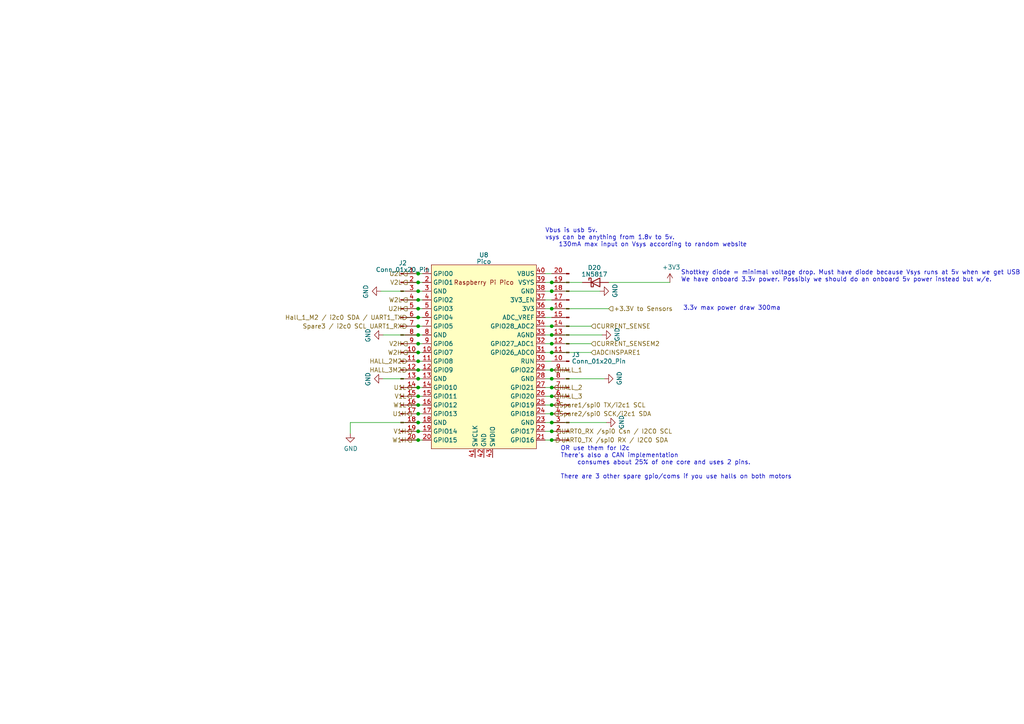
<source format=kicad_sch>
(kicad_sch (version 20230121) (generator eeschema)

  (uuid 8861fa19-49d8-4e9e-9007-36dfdb78b705)

  (paper "A4")

  (title_block
    (title "DualBLDCPicoV3")
    (date "2024-04-03")
    (rev "3.0")
    (company "Fault Risk (originally Clemens Elflein)")
    (comment 1 "Creative Commons Attribution-NonCommercial-ShareAlike 4.0 International License.")
    (comment 2 "Licensed under ")
  )

  (lib_symbols
    (symbol "Connector:Conn_01x20_Pin" (pin_names (offset 1.016) hide) (in_bom yes) (on_board yes)
      (property "Reference" "J" (at 0 25.4 0)
        (effects (font (size 1.27 1.27)))
      )
      (property "Value" "Conn_01x20_Pin" (at 0 -27.94 0)
        (effects (font (size 1.27 1.27)))
      )
      (property "Footprint" "" (at 0 0 0)
        (effects (font (size 1.27 1.27)) hide)
      )
      (property "Datasheet" "~" (at 0 0 0)
        (effects (font (size 1.27 1.27)) hide)
      )
      (property "ki_locked" "" (at 0 0 0)
        (effects (font (size 1.27 1.27)))
      )
      (property "ki_keywords" "connector" (at 0 0 0)
        (effects (font (size 1.27 1.27)) hide)
      )
      (property "ki_description" "Generic connector, single row, 01x20, script generated" (at 0 0 0)
        (effects (font (size 1.27 1.27)) hide)
      )
      (property "ki_fp_filters" "Connector*:*_1x??_*" (at 0 0 0)
        (effects (font (size 1.27 1.27)) hide)
      )
      (symbol "Conn_01x20_Pin_1_1"
        (polyline
          (pts
            (xy 1.27 -25.4)
            (xy 0.8636 -25.4)
          )
          (stroke (width 0.1524) (type default))
          (fill (type none))
        )
        (polyline
          (pts
            (xy 1.27 -22.86)
            (xy 0.8636 -22.86)
          )
          (stroke (width 0.1524) (type default))
          (fill (type none))
        )
        (polyline
          (pts
            (xy 1.27 -20.32)
            (xy 0.8636 -20.32)
          )
          (stroke (width 0.1524) (type default))
          (fill (type none))
        )
        (polyline
          (pts
            (xy 1.27 -17.78)
            (xy 0.8636 -17.78)
          )
          (stroke (width 0.1524) (type default))
          (fill (type none))
        )
        (polyline
          (pts
            (xy 1.27 -15.24)
            (xy 0.8636 -15.24)
          )
          (stroke (width 0.1524) (type default))
          (fill (type none))
        )
        (polyline
          (pts
            (xy 1.27 -12.7)
            (xy 0.8636 -12.7)
          )
          (stroke (width 0.1524) (type default))
          (fill (type none))
        )
        (polyline
          (pts
            (xy 1.27 -10.16)
            (xy 0.8636 -10.16)
          )
          (stroke (width 0.1524) (type default))
          (fill (type none))
        )
        (polyline
          (pts
            (xy 1.27 -7.62)
            (xy 0.8636 -7.62)
          )
          (stroke (width 0.1524) (type default))
          (fill (type none))
        )
        (polyline
          (pts
            (xy 1.27 -5.08)
            (xy 0.8636 -5.08)
          )
          (stroke (width 0.1524) (type default))
          (fill (type none))
        )
        (polyline
          (pts
            (xy 1.27 -2.54)
            (xy 0.8636 -2.54)
          )
          (stroke (width 0.1524) (type default))
          (fill (type none))
        )
        (polyline
          (pts
            (xy 1.27 0)
            (xy 0.8636 0)
          )
          (stroke (width 0.1524) (type default))
          (fill (type none))
        )
        (polyline
          (pts
            (xy 1.27 2.54)
            (xy 0.8636 2.54)
          )
          (stroke (width 0.1524) (type default))
          (fill (type none))
        )
        (polyline
          (pts
            (xy 1.27 5.08)
            (xy 0.8636 5.08)
          )
          (stroke (width 0.1524) (type default))
          (fill (type none))
        )
        (polyline
          (pts
            (xy 1.27 7.62)
            (xy 0.8636 7.62)
          )
          (stroke (width 0.1524) (type default))
          (fill (type none))
        )
        (polyline
          (pts
            (xy 1.27 10.16)
            (xy 0.8636 10.16)
          )
          (stroke (width 0.1524) (type default))
          (fill (type none))
        )
        (polyline
          (pts
            (xy 1.27 12.7)
            (xy 0.8636 12.7)
          )
          (stroke (width 0.1524) (type default))
          (fill (type none))
        )
        (polyline
          (pts
            (xy 1.27 15.24)
            (xy 0.8636 15.24)
          )
          (stroke (width 0.1524) (type default))
          (fill (type none))
        )
        (polyline
          (pts
            (xy 1.27 17.78)
            (xy 0.8636 17.78)
          )
          (stroke (width 0.1524) (type default))
          (fill (type none))
        )
        (polyline
          (pts
            (xy 1.27 20.32)
            (xy 0.8636 20.32)
          )
          (stroke (width 0.1524) (type default))
          (fill (type none))
        )
        (polyline
          (pts
            (xy 1.27 22.86)
            (xy 0.8636 22.86)
          )
          (stroke (width 0.1524) (type default))
          (fill (type none))
        )
        (rectangle (start 0.8636 -25.273) (end 0 -25.527)
          (stroke (width 0.1524) (type default))
          (fill (type outline))
        )
        (rectangle (start 0.8636 -22.733) (end 0 -22.987)
          (stroke (width 0.1524) (type default))
          (fill (type outline))
        )
        (rectangle (start 0.8636 -20.193) (end 0 -20.447)
          (stroke (width 0.1524) (type default))
          (fill (type outline))
        )
        (rectangle (start 0.8636 -17.653) (end 0 -17.907)
          (stroke (width 0.1524) (type default))
          (fill (type outline))
        )
        (rectangle (start 0.8636 -15.113) (end 0 -15.367)
          (stroke (width 0.1524) (type default))
          (fill (type outline))
        )
        (rectangle (start 0.8636 -12.573) (end 0 -12.827)
          (stroke (width 0.1524) (type default))
          (fill (type outline))
        )
        (rectangle (start 0.8636 -10.033) (end 0 -10.287)
          (stroke (width 0.1524) (type default))
          (fill (type outline))
        )
        (rectangle (start 0.8636 -7.493) (end 0 -7.747)
          (stroke (width 0.1524) (type default))
          (fill (type outline))
        )
        (rectangle (start 0.8636 -4.953) (end 0 -5.207)
          (stroke (width 0.1524) (type default))
          (fill (type outline))
        )
        (rectangle (start 0.8636 -2.413) (end 0 -2.667)
          (stroke (width 0.1524) (type default))
          (fill (type outline))
        )
        (rectangle (start 0.8636 0.127) (end 0 -0.127)
          (stroke (width 0.1524) (type default))
          (fill (type outline))
        )
        (rectangle (start 0.8636 2.667) (end 0 2.413)
          (stroke (width 0.1524) (type default))
          (fill (type outline))
        )
        (rectangle (start 0.8636 5.207) (end 0 4.953)
          (stroke (width 0.1524) (type default))
          (fill (type outline))
        )
        (rectangle (start 0.8636 7.747) (end 0 7.493)
          (stroke (width 0.1524) (type default))
          (fill (type outline))
        )
        (rectangle (start 0.8636 10.287) (end 0 10.033)
          (stroke (width 0.1524) (type default))
          (fill (type outline))
        )
        (rectangle (start 0.8636 12.827) (end 0 12.573)
          (stroke (width 0.1524) (type default))
          (fill (type outline))
        )
        (rectangle (start 0.8636 15.367) (end 0 15.113)
          (stroke (width 0.1524) (type default))
          (fill (type outline))
        )
        (rectangle (start 0.8636 17.907) (end 0 17.653)
          (stroke (width 0.1524) (type default))
          (fill (type outline))
        )
        (rectangle (start 0.8636 20.447) (end 0 20.193)
          (stroke (width 0.1524) (type default))
          (fill (type outline))
        )
        (rectangle (start 0.8636 22.987) (end 0 22.733)
          (stroke (width 0.1524) (type default))
          (fill (type outline))
        )
        (pin passive line (at 5.08 22.86 180) (length 3.81)
          (name "Pin_1" (effects (font (size 1.27 1.27))))
          (number "1" (effects (font (size 1.27 1.27))))
        )
        (pin passive line (at 5.08 0 180) (length 3.81)
          (name "Pin_10" (effects (font (size 1.27 1.27))))
          (number "10" (effects (font (size 1.27 1.27))))
        )
        (pin passive line (at 5.08 -2.54 180) (length 3.81)
          (name "Pin_11" (effects (font (size 1.27 1.27))))
          (number "11" (effects (font (size 1.27 1.27))))
        )
        (pin passive line (at 5.08 -5.08 180) (length 3.81)
          (name "Pin_12" (effects (font (size 1.27 1.27))))
          (number "12" (effects (font (size 1.27 1.27))))
        )
        (pin passive line (at 5.08 -7.62 180) (length 3.81)
          (name "Pin_13" (effects (font (size 1.27 1.27))))
          (number "13" (effects (font (size 1.27 1.27))))
        )
        (pin passive line (at 5.08 -10.16 180) (length 3.81)
          (name "Pin_14" (effects (font (size 1.27 1.27))))
          (number "14" (effects (font (size 1.27 1.27))))
        )
        (pin passive line (at 5.08 -12.7 180) (length 3.81)
          (name "Pin_15" (effects (font (size 1.27 1.27))))
          (number "15" (effects (font (size 1.27 1.27))))
        )
        (pin passive line (at 5.08 -15.24 180) (length 3.81)
          (name "Pin_16" (effects (font (size 1.27 1.27))))
          (number "16" (effects (font (size 1.27 1.27))))
        )
        (pin passive line (at 5.08 -17.78 180) (length 3.81)
          (name "Pin_17" (effects (font (size 1.27 1.27))))
          (number "17" (effects (font (size 1.27 1.27))))
        )
        (pin passive line (at 5.08 -20.32 180) (length 3.81)
          (name "Pin_18" (effects (font (size 1.27 1.27))))
          (number "18" (effects (font (size 1.27 1.27))))
        )
        (pin passive line (at 5.08 -22.86 180) (length 3.81)
          (name "Pin_19" (effects (font (size 1.27 1.27))))
          (number "19" (effects (font (size 1.27 1.27))))
        )
        (pin passive line (at 5.08 20.32 180) (length 3.81)
          (name "Pin_2" (effects (font (size 1.27 1.27))))
          (number "2" (effects (font (size 1.27 1.27))))
        )
        (pin passive line (at 5.08 -25.4 180) (length 3.81)
          (name "Pin_20" (effects (font (size 1.27 1.27))))
          (number "20" (effects (font (size 1.27 1.27))))
        )
        (pin passive line (at 5.08 17.78 180) (length 3.81)
          (name "Pin_3" (effects (font (size 1.27 1.27))))
          (number "3" (effects (font (size 1.27 1.27))))
        )
        (pin passive line (at 5.08 15.24 180) (length 3.81)
          (name "Pin_4" (effects (font (size 1.27 1.27))))
          (number "4" (effects (font (size 1.27 1.27))))
        )
        (pin passive line (at 5.08 12.7 180) (length 3.81)
          (name "Pin_5" (effects (font (size 1.27 1.27))))
          (number "5" (effects (font (size 1.27 1.27))))
        )
        (pin passive line (at 5.08 10.16 180) (length 3.81)
          (name "Pin_6" (effects (font (size 1.27 1.27))))
          (number "6" (effects (font (size 1.27 1.27))))
        )
        (pin passive line (at 5.08 7.62 180) (length 3.81)
          (name "Pin_7" (effects (font (size 1.27 1.27))))
          (number "7" (effects (font (size 1.27 1.27))))
        )
        (pin passive line (at 5.08 5.08 180) (length 3.81)
          (name "Pin_8" (effects (font (size 1.27 1.27))))
          (number "8" (effects (font (size 1.27 1.27))))
        )
        (pin passive line (at 5.08 2.54 180) (length 3.81)
          (name "Pin_9" (effects (font (size 1.27 1.27))))
          (number "9" (effects (font (size 1.27 1.27))))
        )
      )
    )
    (symbol "Diode:1N5818" (pin_numbers hide) (pin_names (offset 1.016) hide) (in_bom yes) (on_board yes)
      (property "Reference" "D" (at 0 2.54 0)
        (effects (font (size 1.27 1.27)))
      )
      (property "Value" "1N5818" (at 0 -2.54 0)
        (effects (font (size 1.27 1.27)))
      )
      (property "Footprint" "Diode_THT:D_DO-41_SOD81_P10.16mm_Horizontal" (at 0 -4.445 0)
        (effects (font (size 1.27 1.27)) hide)
      )
      (property "Datasheet" "http://www.vishay.com/docs/88525/1n5817.pdf" (at 0 0 0)
        (effects (font (size 1.27 1.27)) hide)
      )
      (property "ki_keywords" "diode Schottky" (at 0 0 0)
        (effects (font (size 1.27 1.27)) hide)
      )
      (property "ki_description" "30V 1A Schottky Barrier Rectifier Diode, DO-41" (at 0 0 0)
        (effects (font (size 1.27 1.27)) hide)
      )
      (property "ki_fp_filters" "D*DO?41*" (at 0 0 0)
        (effects (font (size 1.27 1.27)) hide)
      )
      (symbol "1N5818_0_1"
        (polyline
          (pts
            (xy 1.27 0)
            (xy -1.27 0)
          )
          (stroke (width 0) (type default))
          (fill (type none))
        )
        (polyline
          (pts
            (xy 1.27 1.27)
            (xy 1.27 -1.27)
            (xy -1.27 0)
            (xy 1.27 1.27)
          )
          (stroke (width 0.254) (type default))
          (fill (type none))
        )
        (polyline
          (pts
            (xy -1.905 0.635)
            (xy -1.905 1.27)
            (xy -1.27 1.27)
            (xy -1.27 -1.27)
            (xy -0.635 -1.27)
            (xy -0.635 -0.635)
          )
          (stroke (width 0.254) (type default))
          (fill (type none))
        )
      )
      (symbol "1N5818_1_1"
        (pin passive line (at -3.81 0 0) (length 2.54)
          (name "K" (effects (font (size 1.27 1.27))))
          (number "1" (effects (font (size 1.27 1.27))))
        )
        (pin passive line (at 3.81 0 180) (length 2.54)
          (name "A" (effects (font (size 1.27 1.27))))
          (number "2" (effects (font (size 1.27 1.27))))
        )
      )
    )
    (symbol "MCU_RaspberryPi_and_Boards:Pico" (in_bom yes) (on_board yes)
      (property "Reference" "U" (at -13.97 27.94 0)
        (effects (font (size 1.27 1.27)))
      )
      (property "Value" "Pico" (at 0 19.05 0)
        (effects (font (size 1.27 1.27)))
      )
      (property "Footprint" "RPi_Pico:RPi_Pico_SMD_TH" (at 0 0 90)
        (effects (font (size 1.27 1.27)) hide)
      )
      (property "Datasheet" "" (at 0 0 0)
        (effects (font (size 1.27 1.27)) hide)
      )
      (symbol "Pico_0_0"
        (text "Raspberry Pi Pico" (at 0 21.59 0)
          (effects (font (size 1.27 1.27)))
        )
      )
      (symbol "Pico_0_1"
        (rectangle (start -15.24 26.67) (end 15.24 -26.67)
          (stroke (width 0) (type default))
          (fill (type background))
        )
      )
      (symbol "Pico_1_1"
        (pin bidirectional line (at -17.78 24.13 0) (length 2.54)
          (name "GPIO0" (effects (font (size 1.27 1.27))))
          (number "1" (effects (font (size 1.27 1.27))))
        )
        (pin bidirectional line (at -17.78 1.27 0) (length 2.54)
          (name "GPIO7" (effects (font (size 1.27 1.27))))
          (number "10" (effects (font (size 1.27 1.27))))
        )
        (pin bidirectional line (at -17.78 -1.27 0) (length 2.54)
          (name "GPIO8" (effects (font (size 1.27 1.27))))
          (number "11" (effects (font (size 1.27 1.27))))
        )
        (pin bidirectional line (at -17.78 -3.81 0) (length 2.54)
          (name "GPIO9" (effects (font (size 1.27 1.27))))
          (number "12" (effects (font (size 1.27 1.27))))
        )
        (pin power_in line (at -17.78 -6.35 0) (length 2.54)
          (name "GND" (effects (font (size 1.27 1.27))))
          (number "13" (effects (font (size 1.27 1.27))))
        )
        (pin bidirectional line (at -17.78 -8.89 0) (length 2.54)
          (name "GPIO10" (effects (font (size 1.27 1.27))))
          (number "14" (effects (font (size 1.27 1.27))))
        )
        (pin bidirectional line (at -17.78 -11.43 0) (length 2.54)
          (name "GPIO11" (effects (font (size 1.27 1.27))))
          (number "15" (effects (font (size 1.27 1.27))))
        )
        (pin bidirectional line (at -17.78 -13.97 0) (length 2.54)
          (name "GPIO12" (effects (font (size 1.27 1.27))))
          (number "16" (effects (font (size 1.27 1.27))))
        )
        (pin bidirectional line (at -17.78 -16.51 0) (length 2.54)
          (name "GPIO13" (effects (font (size 1.27 1.27))))
          (number "17" (effects (font (size 1.27 1.27))))
        )
        (pin power_in line (at -17.78 -19.05 0) (length 2.54)
          (name "GND" (effects (font (size 1.27 1.27))))
          (number "18" (effects (font (size 1.27 1.27))))
        )
        (pin bidirectional line (at -17.78 -21.59 0) (length 2.54)
          (name "GPIO14" (effects (font (size 1.27 1.27))))
          (number "19" (effects (font (size 1.27 1.27))))
        )
        (pin bidirectional line (at -17.78 21.59 0) (length 2.54)
          (name "GPIO1" (effects (font (size 1.27 1.27))))
          (number "2" (effects (font (size 1.27 1.27))))
        )
        (pin bidirectional line (at -17.78 -24.13 0) (length 2.54)
          (name "GPIO15" (effects (font (size 1.27 1.27))))
          (number "20" (effects (font (size 1.27 1.27))))
        )
        (pin bidirectional line (at 17.78 -24.13 180) (length 2.54)
          (name "GPIO16" (effects (font (size 1.27 1.27))))
          (number "21" (effects (font (size 1.27 1.27))))
        )
        (pin bidirectional line (at 17.78 -21.59 180) (length 2.54)
          (name "GPIO17" (effects (font (size 1.27 1.27))))
          (number "22" (effects (font (size 1.27 1.27))))
        )
        (pin power_in line (at 17.78 -19.05 180) (length 2.54)
          (name "GND" (effects (font (size 1.27 1.27))))
          (number "23" (effects (font (size 1.27 1.27))))
        )
        (pin bidirectional line (at 17.78 -16.51 180) (length 2.54)
          (name "GPIO18" (effects (font (size 1.27 1.27))))
          (number "24" (effects (font (size 1.27 1.27))))
        )
        (pin bidirectional line (at 17.78 -13.97 180) (length 2.54)
          (name "GPIO19" (effects (font (size 1.27 1.27))))
          (number "25" (effects (font (size 1.27 1.27))))
        )
        (pin bidirectional line (at 17.78 -11.43 180) (length 2.54)
          (name "GPIO20" (effects (font (size 1.27 1.27))))
          (number "26" (effects (font (size 1.27 1.27))))
        )
        (pin bidirectional line (at 17.78 -8.89 180) (length 2.54)
          (name "GPIO21" (effects (font (size 1.27 1.27))))
          (number "27" (effects (font (size 1.27 1.27))))
        )
        (pin power_in line (at 17.78 -6.35 180) (length 2.54)
          (name "GND" (effects (font (size 1.27 1.27))))
          (number "28" (effects (font (size 1.27 1.27))))
        )
        (pin bidirectional line (at 17.78 -3.81 180) (length 2.54)
          (name "GPIO22" (effects (font (size 1.27 1.27))))
          (number "29" (effects (font (size 1.27 1.27))))
        )
        (pin power_in line (at -17.78 19.05 0) (length 2.54)
          (name "GND" (effects (font (size 1.27 1.27))))
          (number "3" (effects (font (size 1.27 1.27))))
        )
        (pin input line (at 17.78 -1.27 180) (length 2.54)
          (name "RUN" (effects (font (size 1.27 1.27))))
          (number "30" (effects (font (size 1.27 1.27))))
        )
        (pin bidirectional line (at 17.78 1.27 180) (length 2.54)
          (name "GPIO26_ADC0" (effects (font (size 1.27 1.27))))
          (number "31" (effects (font (size 1.27 1.27))))
        )
        (pin bidirectional line (at 17.78 3.81 180) (length 2.54)
          (name "GPIO27_ADC1" (effects (font (size 1.27 1.27))))
          (number "32" (effects (font (size 1.27 1.27))))
        )
        (pin power_in line (at 17.78 6.35 180) (length 2.54)
          (name "AGND" (effects (font (size 1.27 1.27))))
          (number "33" (effects (font (size 1.27 1.27))))
        )
        (pin bidirectional line (at 17.78 8.89 180) (length 2.54)
          (name "GPIO28_ADC2" (effects (font (size 1.27 1.27))))
          (number "34" (effects (font (size 1.27 1.27))))
        )
        (pin power_in line (at 17.78 11.43 180) (length 2.54)
          (name "ADC_VREF" (effects (font (size 1.27 1.27))))
          (number "35" (effects (font (size 1.27 1.27))))
        )
        (pin power_in line (at 17.78 13.97 180) (length 2.54)
          (name "3V3" (effects (font (size 1.27 1.27))))
          (number "36" (effects (font (size 1.27 1.27))))
        )
        (pin input line (at 17.78 16.51 180) (length 2.54)
          (name "3V3_EN" (effects (font (size 1.27 1.27))))
          (number "37" (effects (font (size 1.27 1.27))))
        )
        (pin bidirectional line (at 17.78 19.05 180) (length 2.54)
          (name "GND" (effects (font (size 1.27 1.27))))
          (number "38" (effects (font (size 1.27 1.27))))
        )
        (pin power_in line (at 17.78 21.59 180) (length 2.54)
          (name "VSYS" (effects (font (size 1.27 1.27))))
          (number "39" (effects (font (size 1.27 1.27))))
        )
        (pin bidirectional line (at -17.78 16.51 0) (length 2.54)
          (name "GPIO2" (effects (font (size 1.27 1.27))))
          (number "4" (effects (font (size 1.27 1.27))))
        )
        (pin power_in line (at 17.78 24.13 180) (length 2.54)
          (name "VBUS" (effects (font (size 1.27 1.27))))
          (number "40" (effects (font (size 1.27 1.27))))
        )
        (pin input line (at -2.54 -29.21 90) (length 2.54)
          (name "SWCLK" (effects (font (size 1.27 1.27))))
          (number "41" (effects (font (size 1.27 1.27))))
        )
        (pin power_in line (at 0 -29.21 90) (length 2.54)
          (name "GND" (effects (font (size 1.27 1.27))))
          (number "42" (effects (font (size 1.27 1.27))))
        )
        (pin bidirectional line (at 2.54 -29.21 90) (length 2.54)
          (name "SWDIO" (effects (font (size 1.27 1.27))))
          (number "43" (effects (font (size 1.27 1.27))))
        )
        (pin bidirectional line (at -17.78 13.97 0) (length 2.54)
          (name "GPIO3" (effects (font (size 1.27 1.27))))
          (number "5" (effects (font (size 1.27 1.27))))
        )
        (pin bidirectional line (at -17.78 11.43 0) (length 2.54)
          (name "GPIO4" (effects (font (size 1.27 1.27))))
          (number "6" (effects (font (size 1.27 1.27))))
        )
        (pin bidirectional line (at -17.78 8.89 0) (length 2.54)
          (name "GPIO5" (effects (font (size 1.27 1.27))))
          (number "7" (effects (font (size 1.27 1.27))))
        )
        (pin power_in line (at -17.78 6.35 0) (length 2.54)
          (name "GND" (effects (font (size 1.27 1.27))))
          (number "8" (effects (font (size 1.27 1.27))))
        )
        (pin bidirectional line (at -17.78 3.81 0) (length 2.54)
          (name "GPIO6" (effects (font (size 1.27 1.27))))
          (number "9" (effects (font (size 1.27 1.27))))
        )
      )
    )
    (symbol "power:+3.3V" (power) (pin_names (offset 0)) (in_bom yes) (on_board yes)
      (property "Reference" "#PWR" (at 0 -3.81 0)
        (effects (font (size 1.27 1.27)) hide)
      )
      (property "Value" "+3.3V" (at 0 3.556 0)
        (effects (font (size 1.27 1.27)))
      )
      (property "Footprint" "" (at 0 0 0)
        (effects (font (size 1.27 1.27)) hide)
      )
      (property "Datasheet" "" (at 0 0 0)
        (effects (font (size 1.27 1.27)) hide)
      )
      (property "ki_keywords" "power-flag" (at 0 0 0)
        (effects (font (size 1.27 1.27)) hide)
      )
      (property "ki_description" "Power symbol creates a global label with name \"+3.3V\"" (at 0 0 0)
        (effects (font (size 1.27 1.27)) hide)
      )
      (symbol "+3.3V_0_1"
        (polyline
          (pts
            (xy -0.762 1.27)
            (xy 0 2.54)
          )
          (stroke (width 0) (type default))
          (fill (type none))
        )
        (polyline
          (pts
            (xy 0 0)
            (xy 0 2.54)
          )
          (stroke (width 0) (type default))
          (fill (type none))
        )
        (polyline
          (pts
            (xy 0 2.54)
            (xy 0.762 1.27)
          )
          (stroke (width 0) (type default))
          (fill (type none))
        )
      )
      (symbol "+3.3V_1_1"
        (pin power_in line (at 0 0 90) (length 0) hide
          (name "+3V3" (effects (font (size 1.27 1.27))))
          (number "1" (effects (font (size 1.27 1.27))))
        )
      )
    )
    (symbol "power:GND" (power) (pin_names (offset 0)) (in_bom yes) (on_board yes)
      (property "Reference" "#PWR" (at 0 -6.35 0)
        (effects (font (size 1.27 1.27)) hide)
      )
      (property "Value" "GND" (at 0 -3.81 0)
        (effects (font (size 1.27 1.27)))
      )
      (property "Footprint" "" (at 0 0 0)
        (effects (font (size 1.27 1.27)) hide)
      )
      (property "Datasheet" "" (at 0 0 0)
        (effects (font (size 1.27 1.27)) hide)
      )
      (property "ki_keywords" "power-flag" (at 0 0 0)
        (effects (font (size 1.27 1.27)) hide)
      )
      (property "ki_description" "Power symbol creates a global label with name \"GND\" , ground" (at 0 0 0)
        (effects (font (size 1.27 1.27)) hide)
      )
      (symbol "GND_0_1"
        (polyline
          (pts
            (xy 0 0)
            (xy 0 -1.27)
            (xy 1.27 -1.27)
            (xy 0 -2.54)
            (xy -1.27 -1.27)
            (xy 0 -1.27)
          )
          (stroke (width 0) (type default))
          (fill (type none))
        )
      )
      (symbol "GND_1_1"
        (pin power_in line (at 0 0 270) (length 0) hide
          (name "GND" (effects (font (size 1.27 1.27))))
          (number "1" (effects (font (size 1.27 1.27))))
        )
      )
    )
  )

  (junction (at 160.02 117.475) (diameter 0) (color 0 0 0 0)
    (uuid 02fd79e7-d244-4965-aa5a-37d57827ea5f)
  )
  (junction (at 121.285 109.855) (diameter 0) (color 0 0 0 0)
    (uuid 0543b1a2-8c61-4400-8720-372af795c74e)
  )
  (junction (at 121.285 102.235) (diameter 0) (color 0 0 0 0)
    (uuid 0a1f0e8e-f3f5-4c0a-b69f-cb957a101420)
  )
  (junction (at 121.285 114.935) (diameter 0) (color 0 0 0 0)
    (uuid 0ade01bd-569a-4224-a619-c79ff18d0fde)
  )
  (junction (at 121.285 92.075) (diameter 0) (color 0 0 0 0)
    (uuid 13574bc5-2ba8-4864-a956-70a4fc38ca02)
  )
  (junction (at 121.285 94.615) (diameter 0) (color 0 0 0 0)
    (uuid 19d848f5-dd1e-489e-bdcc-6034739da757)
  )
  (junction (at 160.02 125.095) (diameter 0) (color 0 0 0 0)
    (uuid 21b05c69-8a37-4b3f-94fd-b905c4579f58)
  )
  (junction (at 121.285 107.315) (diameter 0) (color 0 0 0 0)
    (uuid 220245fa-d2a8-4188-be06-143e937ec320)
  )
  (junction (at 121.285 79.375) (diameter 0) (color 0 0 0 0)
    (uuid 2537d893-3417-4840-b104-0129f6aea065)
  )
  (junction (at 160.02 114.935) (diameter 0) (color 0 0 0 0)
    (uuid 28508392-b6db-4e41-beed-5689468367d0)
  )
  (junction (at 121.285 89.535) (diameter 0) (color 0 0 0 0)
    (uuid 2f7f82b4-2180-4846-b70c-2db5cd79507f)
  )
  (junction (at 121.285 125.095) (diameter 0) (color 0 0 0 0)
    (uuid 42b7b9e1-0be3-4b4e-86d9-dacf4dfa187f)
  )
  (junction (at 160.02 109.855) (diameter 0) (color 0 0 0 0)
    (uuid 4b18a7d9-4be5-4d0d-96de-528ab60f1df1)
  )
  (junction (at 121.285 117.475) (diameter 0) (color 0 0 0 0)
    (uuid 4ce573e7-18b9-42b5-a796-c784b5c7f478)
  )
  (junction (at 160.02 122.555) (diameter 0) (color 0 0 0 0)
    (uuid 59c7d405-69aa-48a4-ba3e-56b62605f7b0)
  )
  (junction (at 121.285 84.455) (diameter 0) (color 0 0 0 0)
    (uuid 6c814ffb-26e2-4218-8efe-da34fc583d1d)
  )
  (junction (at 160.02 97.155) (diameter 0) (color 0 0 0 0)
    (uuid 8010e7b8-46e2-4e8b-95d6-11a89b5e6114)
  )
  (junction (at 160.02 127.635) (diameter 0) (color 0 0 0 0)
    (uuid 8578b4b1-34e0-4ae3-927b-57757c4d5b81)
  )
  (junction (at 160.02 120.015) (diameter 0) (color 0 0 0 0)
    (uuid 871f0623-a046-475b-8e6b-9d236f93b489)
  )
  (junction (at 160.02 89.535) (diameter 0) (color 0 0 0 0)
    (uuid 888bfac5-9180-4db1-a42d-bfba4f8ad475)
  )
  (junction (at 160.02 81.915) (diameter 0) (color 0 0 0 0)
    (uuid 8ac32030-2af4-49a1-aa41-8d2ea58b5b00)
  )
  (junction (at 160.02 84.455) (diameter 0) (color 0 0 0 0)
    (uuid 91b54cf3-73e3-4733-8818-ef7eb3d761e2)
  )
  (junction (at 121.285 127.635) (diameter 0) (color 0 0 0 0)
    (uuid 94fed001-bb0a-482e-806e-3ff65310d56f)
  )
  (junction (at 121.285 104.775) (diameter 0) (color 0 0 0 0)
    (uuid 96c8e420-34ea-4bc2-881e-4d4377a9e295)
  )
  (junction (at 121.285 120.015) (diameter 0) (color 0 0 0 0)
    (uuid bdde2671-16a9-47af-8fd4-468cd0e685f5)
  )
  (junction (at 121.285 86.995) (diameter 0) (color 0 0 0 0)
    (uuid be771915-6025-472c-af5f-4b983217dafe)
  )
  (junction (at 160.02 107.315) (diameter 0) (color 0 0 0 0)
    (uuid beea6487-9184-410e-81eb-4e00518c9f37)
  )
  (junction (at 160.02 102.235) (diameter 0) (color 0 0 0 0)
    (uuid cb0c6f74-39bd-4bce-b158-632b8c332aa1)
  )
  (junction (at 121.285 81.915) (diameter 0) (color 0 0 0 0)
    (uuid cf42a863-ad6a-45ca-915f-43e2a9135137)
  )
  (junction (at 160.02 94.615) (diameter 0) (color 0 0 0 0)
    (uuid d8a5a76d-aa49-497e-8cb1-9fcd32e6bd04)
  )
  (junction (at 121.285 97.155) (diameter 0) (color 0 0 0 0)
    (uuid dc77681b-6e66-47b6-9aa9-65fa4883936a)
  )
  (junction (at 160.02 99.695) (diameter 0) (color 0 0 0 0)
    (uuid e28459a9-b756-468d-8a44-3c21d361284e)
  )
  (junction (at 121.285 112.395) (diameter 0) (color 0 0 0 0)
    (uuid ea7cb28e-9e23-4122-a3c0-8248c9bc1e27)
  )
  (junction (at 121.285 122.555) (diameter 0) (color 0 0 0 0)
    (uuid f2b7b86a-5fc9-4666-830e-4ad48ca99b3b)
  )
  (junction (at 121.285 99.695) (diameter 0) (color 0 0 0 0)
    (uuid f614341b-ec0a-4940-83ac-1dba6b68dce7)
  )
  (junction (at 160.02 112.395) (diameter 0) (color 0 0 0 0)
    (uuid fb18f5b9-9040-4c09-908e-c9ac4533b7f9)
  )

  (wire (pts (xy 121.285 84.455) (xy 122.555 84.455))
    (stroke (width 0) (type default))
    (uuid 00d82e7a-9157-4547-b109-bac132d1d216)
  )
  (wire (pts (xy 160.02 99.695) (xy 171.45 99.695))
    (stroke (width 0) (type default))
    (uuid 011aa636-2d8f-47b7-9b07-7b17393a0679)
  )
  (wire (pts (xy 119.38 117.475) (xy 121.285 117.475))
    (stroke (width 0) (type default))
    (uuid 0f18567a-1e65-4ea5-afc1-25b72a445477)
  )
  (wire (pts (xy 119.38 127.635) (xy 121.285 127.635))
    (stroke (width 0) (type default))
    (uuid 103f86f8-0de4-4745-8df0-a2a788b7fca0)
  )
  (wire (pts (xy 160.02 84.455) (xy 173.99 84.455))
    (stroke (width 0) (type default))
    (uuid 108fdf6e-d5da-4eee-ae9b-2f682114777f)
  )
  (wire (pts (xy 160.02 81.915) (xy 168.91 81.915))
    (stroke (width 0) (type default))
    (uuid 124afbf3-0575-47a3-9886-863e9a642ec0)
  )
  (wire (pts (xy 119.38 112.395) (xy 121.285 112.395))
    (stroke (width 0) (type default))
    (uuid 213816e9-6adc-45b2-bbd6-f6f8d0c91e48)
  )
  (wire (pts (xy 121.285 114.935) (xy 122.555 114.935))
    (stroke (width 0) (type default))
    (uuid 214edbdd-c361-4fb7-beeb-74995a68da94)
  )
  (wire (pts (xy 176.53 81.915) (xy 194.31 81.915))
    (stroke (width 0) (type default))
    (uuid 2cce3e2c-a333-405c-bc48-dec9bf467ad9)
  )
  (wire (pts (xy 160.02 97.155) (xy 174.625 97.155))
    (stroke (width 0) (type default))
    (uuid 300f7576-89af-4b42-b105-d11aa94c219d)
  )
  (wire (pts (xy 118.11 104.775) (xy 121.285 104.775))
    (stroke (width 0) (type default))
    (uuid 3040f0dd-2e68-48c6-87bb-e1070f90a333)
  )
  (wire (pts (xy 121.285 117.475) (xy 122.555 117.475))
    (stroke (width 0) (type default))
    (uuid 33a5587b-03f4-4f07-b529-7e16b58a26f8)
  )
  (wire (pts (xy 158.115 89.535) (xy 160.02 89.535))
    (stroke (width 0) (type default))
    (uuid 383fcee4-64a6-4d5c-9a3f-7f980e975605)
  )
  (wire (pts (xy 160.02 112.395) (xy 160.655 112.395))
    (stroke (width 0) (type default))
    (uuid 3b4b81c7-b842-4a3f-9d4f-7f28e0066442)
  )
  (wire (pts (xy 158.115 127.635) (xy 160.02 127.635))
    (stroke (width 0) (type default))
    (uuid 3b71607c-6ae1-4cd4-9619-41fbea4c5243)
  )
  (wire (pts (xy 118.11 89.535) (xy 121.285 89.535))
    (stroke (width 0) (type default))
    (uuid 47207e28-ffbd-4470-9d88-3de08c093d55)
  )
  (wire (pts (xy 119.38 125.095) (xy 121.285 125.095))
    (stroke (width 0) (type default))
    (uuid 4cc49186-b5b2-49eb-8cd7-796428afcf1c)
  )
  (wire (pts (xy 158.115 117.475) (xy 160.02 117.475))
    (stroke (width 0) (type default))
    (uuid 4fcfd870-f6d1-4f87-9298-392171cbf27e)
  )
  (wire (pts (xy 111.125 97.155) (xy 121.285 97.155))
    (stroke (width 0) (type default))
    (uuid 5069de0c-e043-42ce-97bb-084bcb9b1a20)
  )
  (wire (pts (xy 121.285 107.315) (xy 122.555 107.315))
    (stroke (width 0) (type default))
    (uuid 54799a16-87f5-4aef-a60c-6a1bba71c1fd)
  )
  (wire (pts (xy 158.115 84.455) (xy 160.02 84.455))
    (stroke (width 0) (type default))
    (uuid 57b3e4c5-9c13-4757-b5b7-444751acfaa9)
  )
  (wire (pts (xy 160.02 89.535) (xy 176.53 89.535))
    (stroke (width 0) (type default))
    (uuid 589ad432-01c2-4f83-a269-ba608d343802)
  )
  (wire (pts (xy 158.115 102.235) (xy 160.02 102.235))
    (stroke (width 0) (type default))
    (uuid 5b1d3b22-ebe4-464d-825e-8594ac210860)
  )
  (wire (pts (xy 158.115 107.315) (xy 160.02 107.315))
    (stroke (width 0) (type default))
    (uuid 5e688355-cf97-4b6a-afda-fb590e444461)
  )
  (wire (pts (xy 111.125 109.855) (xy 121.285 109.855))
    (stroke (width 0) (type default))
    (uuid 61c52953-24b5-4b09-983f-3dc2bd78e01d)
  )
  (wire (pts (xy 121.285 79.375) (xy 122.555 79.375))
    (stroke (width 0) (type default))
    (uuid 652e5ac9-2fcb-4c19-98b7-9a00966eb2da)
  )
  (wire (pts (xy 158.115 104.775) (xy 160.02 104.775))
    (stroke (width 0) (type default))
    (uuid 6550d4f5-c253-4cdf-986a-4a1a5d76e439)
  )
  (wire (pts (xy 118.11 99.695) (xy 121.285 99.695))
    (stroke (width 0) (type default))
    (uuid 6827b15c-b1f7-408e-8984-3a70028c5e41)
  )
  (wire (pts (xy 121.285 125.095) (xy 122.555 125.095))
    (stroke (width 0) (type default))
    (uuid 6a67a3db-11ac-4632-8a3d-3761d10e3d55)
  )
  (wire (pts (xy 121.285 97.155) (xy 122.555 97.155))
    (stroke (width 0) (type default))
    (uuid 6e983632-3542-443a-962d-a1b572cd2e8b)
  )
  (wire (pts (xy 158.115 122.555) (xy 160.02 122.555))
    (stroke (width 0) (type default))
    (uuid 78ce11f2-c9fb-424e-ba9f-afcfe79c7597)
  )
  (wire (pts (xy 121.285 109.855) (xy 122.555 109.855))
    (stroke (width 0) (type default))
    (uuid 8059616f-bbe0-458a-b035-4c80ad532194)
  )
  (wire (pts (xy 118.11 81.915) (xy 121.285 81.915))
    (stroke (width 0) (type default))
    (uuid 820c57d1-dfa3-486f-9f4a-5719dffe6a4b)
  )
  (wire (pts (xy 121.285 99.695) (xy 122.555 99.695))
    (stroke (width 0) (type default))
    (uuid 82a79c2c-0563-47b7-98d3-188292e37ea5)
  )
  (wire (pts (xy 121.285 120.015) (xy 122.555 120.015))
    (stroke (width 0) (type default))
    (uuid 855773d5-a90b-4d29-8afa-d87829fb272b)
  )
  (wire (pts (xy 158.115 94.615) (xy 160.02 94.615))
    (stroke (width 0) (type default))
    (uuid 85e38164-d07e-4048-9ec0-b5fb706a3a9f)
  )
  (wire (pts (xy 121.285 94.615) (xy 122.555 94.615))
    (stroke (width 0) (type default))
    (uuid 86411d50-60a3-4f03-a59c-ff62f57754db)
  )
  (wire (pts (xy 158.115 81.915) (xy 160.02 81.915))
    (stroke (width 0) (type default))
    (uuid 88f102c9-d8d3-468c-8434-ef56da170d65)
  )
  (wire (pts (xy 158.115 125.095) (xy 160.02 125.095))
    (stroke (width 0) (type default))
    (uuid 89d92a2b-43ba-474b-ac73-6b3f33289534)
  )
  (wire (pts (xy 158.115 97.155) (xy 160.02 97.155))
    (stroke (width 0) (type default))
    (uuid 8ded4e0a-387a-44b9-9794-a4a071107537)
  )
  (wire (pts (xy 121.285 81.915) (xy 122.555 81.915))
    (stroke (width 0) (type default))
    (uuid 906f8b91-bbc3-46f2-9065-9ecd5c57159f)
  )
  (wire (pts (xy 160.02 109.855) (xy 175.26 109.855))
    (stroke (width 0) (type default))
    (uuid 92cccef6-3f66-4f61-832b-4916c2169098)
  )
  (wire (pts (xy 160.02 122.555) (xy 175.895 122.555))
    (stroke (width 0) (type default))
    (uuid 9446ca2b-d323-4f78-bf98-6dd9563a9a37)
  )
  (wire (pts (xy 121.285 86.995) (xy 122.555 86.995))
    (stroke (width 0) (type default))
    (uuid 979fcf4f-6988-472c-a053-46973673f1d5)
  )
  (wire (pts (xy 158.115 79.375) (xy 160.02 79.375))
    (stroke (width 0) (type default))
    (uuid 9933af92-4b93-43d8-ae5a-f7edc96fc0c9)
  )
  (wire (pts (xy 121.285 127.635) (xy 122.555 127.635))
    (stroke (width 0) (type default))
    (uuid 9f52c285-9a9c-4eb4-a83d-1eefb05b260a)
  )
  (wire (pts (xy 119.38 114.935) (xy 121.285 114.935))
    (stroke (width 0) (type default))
    (uuid a5b1d859-1031-4247-af68-f345aaaf8016)
  )
  (wire (pts (xy 118.11 79.375) (xy 121.285 79.375))
    (stroke (width 0) (type default))
    (uuid a67979c0-483b-49ec-a45f-86aa6ba140dc)
  )
  (wire (pts (xy 121.285 122.555) (xy 101.6 122.555))
    (stroke (width 0) (type default))
    (uuid a6eb1580-924d-47a3-9f5e-cdb12ae32d02)
  )
  (wire (pts (xy 160.02 120.015) (xy 160.655 120.015))
    (stroke (width 0) (type default))
    (uuid b264b6ef-3176-41e9-980b-bee2e87a6a02)
  )
  (wire (pts (xy 121.285 104.775) (xy 122.555 104.775))
    (stroke (width 0) (type default))
    (uuid b4c502ac-dc98-4aad-99ac-2647e9fad308)
  )
  (wire (pts (xy 119.38 120.015) (xy 121.285 120.015))
    (stroke (width 0) (type default))
    (uuid ba0f4ffe-f21f-4538-ac9b-51ee84760363)
  )
  (wire (pts (xy 160.02 102.235) (xy 171.45 102.235))
    (stroke (width 0) (type default))
    (uuid bcd9ffaf-ab01-44e4-ab9b-cadc19878179)
  )
  (wire (pts (xy 121.285 112.395) (xy 122.555 112.395))
    (stroke (width 0) (type default))
    (uuid bd0e2315-f633-41c6-acca-781adfeb0b6e)
  )
  (wire (pts (xy 158.115 86.995) (xy 160.02 86.995))
    (stroke (width 0) (type default))
    (uuid be50e752-9c43-4e0e-bf3d-b0eb85934817)
  )
  (wire (pts (xy 118.11 86.995) (xy 121.285 86.995))
    (stroke (width 0) (type default))
    (uuid c108b739-3400-4e1b-8599-de0f12b858a2)
  )
  (wire (pts (xy 160.02 117.475) (xy 160.655 117.475))
    (stroke (width 0) (type default))
    (uuid c22fc753-0bbe-44b5-b258-4ebe03e0ca1e)
  )
  (wire (pts (xy 158.115 114.935) (xy 160.02 114.935))
    (stroke (width 0) (type default))
    (uuid c24cd7b3-744a-4a2e-bab2-5ff3cc7e8b1a)
  )
  (wire (pts (xy 158.115 99.695) (xy 160.02 99.695))
    (stroke (width 0) (type default))
    (uuid c2c6e2b7-6707-49b5-8de3-aa75383f61f1)
  )
  (wire (pts (xy 160.02 127.635) (xy 161.29 127.635))
    (stroke (width 0) (type default))
    (uuid c58c37ba-d97a-4249-92d1-c28ccf60e54e)
  )
  (wire (pts (xy 101.6 122.555) (xy 101.6 125.73))
    (stroke (width 0) (type default))
    (uuid c9e30b00-e9bf-429d-9d99-f48e3197a4af)
  )
  (wire (pts (xy 160.02 114.935) (xy 160.655 114.935))
    (stroke (width 0) (type default))
    (uuid cad4eb60-e38c-4c11-96b5-42ed55115765)
  )
  (wire (pts (xy 118.11 102.235) (xy 121.285 102.235))
    (stroke (width 0) (type default))
    (uuid d0974086-b803-4abd-88c0-0cb6457c97b3)
  )
  (wire (pts (xy 158.115 120.015) (xy 160.02 120.015))
    (stroke (width 0) (type default))
    (uuid d0bce69d-defd-4ee3-a624-b1647c7504c6)
  )
  (wire (pts (xy 121.285 89.535) (xy 122.555 89.535))
    (stroke (width 0) (type default))
    (uuid d8694096-7552-4358-bb63-a456824efce9)
  )
  (wire (pts (xy 118.11 107.315) (xy 121.285 107.315))
    (stroke (width 0) (type default))
    (uuid db46e05b-c3cf-4ca7-9c1f-3f26accf9738)
  )
  (wire (pts (xy 110.49 84.455) (xy 121.285 84.455))
    (stroke (width 0) (type default))
    (uuid dba40015-e70e-45e0-acbc-e5050a3c1e65)
  )
  (wire (pts (xy 158.115 92.075) (xy 160.02 92.075))
    (stroke (width 0) (type default))
    (uuid dbdaa804-c691-4d17-90e2-9bc0f452e8c2)
  )
  (wire (pts (xy 158.115 109.855) (xy 160.02 109.855))
    (stroke (width 0) (type default))
    (uuid de72fe47-6a95-4501-97a2-feb24003d863)
  )
  (wire (pts (xy 118.11 92.075) (xy 121.285 92.075))
    (stroke (width 0) (type default))
    (uuid dfa46591-3021-4a2d-981c-d33991661f9b)
  )
  (wire (pts (xy 122.555 122.555) (xy 121.285 122.555))
    (stroke (width 0) (type default))
    (uuid e218f1ca-a988-4ec7-874f-14f409a0769b)
  )
  (wire (pts (xy 118.11 94.615) (xy 121.285 94.615))
    (stroke (width 0) (type default))
    (uuid e284241b-8a1a-4b35-a5d8-f5176a2d0b85)
  )
  (wire (pts (xy 121.285 102.235) (xy 122.555 102.235))
    (stroke (width 0) (type default))
    (uuid e4487bde-989e-4459-b6a1-8a89adf61ac4)
  )
  (wire (pts (xy 121.285 92.075) (xy 122.555 92.075))
    (stroke (width 0) (type default))
    (uuid e47b5528-90b5-42d5-a95e-13e3b006c187)
  )
  (wire (pts (xy 158.115 112.395) (xy 160.02 112.395))
    (stroke (width 0) (type default))
    (uuid e6bd1075-e664-49b1-b281-7947fb158876)
  )
  (wire (pts (xy 160.02 125.095) (xy 161.29 125.095))
    (stroke (width 0) (type default))
    (uuid eb6edc96-a378-46d4-8ae9-91eb3cc47415)
  )
  (wire (pts (xy 160.02 94.615) (xy 171.45 94.615))
    (stroke (width 0) (type default))
    (uuid f5cf7bf5-50c8-4554-a635-7a3374294c1e)
  )
  (wire (pts (xy 160.02 107.315) (xy 160.655 107.315))
    (stroke (width 0) (type default))
    (uuid f95fe3f1-33ca-49bb-940e-afa9f32bb6c5)
  )

  (text "3.3v max power draw 300ma" (at 198.12 90.17 0)
    (effects (font (size 1.27 1.27)) (justify left bottom))
    (uuid 53544cfa-f18f-4ad5-8273-1727b1e2fdf1)
  )
  (text "Vbus is usb 5v. \nvsys can be anything from 1.8v to 5v. \n    130mA max input on Vsys according to random website"
    (at 158.115 71.755 0)
    (effects (font (size 1.27 1.27)) (justify left bottom))
    (uuid 75ee9502-2b6c-4b3e-9d24-929f030207ce)
  )
  (text "OR use them for I2c\nThere's also a CAN implementation\n     consumes about 25% of one core and uses 2 pins.\n\nThere are 3 other spare gpio/coms if you use halls on both motors"
    (at 162.56 139.065 0)
    (effects (font (size 1.27 1.27)) (justify left bottom))
    (uuid 7f6c99a5-e733-4255-a2b2-5ddaa69578b8)
  )
  (text "Shottkey diode = minimal voltage drop. Must have diode because Vsys runs at 5v when we get USB power. \nWe have onboard 3.3v power. Possibly we should do an onboard 5v power instead but w/e. \n"
    (at 197.485 81.915 0)
    (effects (font (size 1.27 1.27)) (justify left bottom))
    (uuid b4cc8bf7-4b9b-4b9e-88ba-1059042858bc)
  )

  (hierarchical_label "V2L" (shape output) (at 118.11 81.915 180) (fields_autoplaced)
    (effects (font (size 1.27 1.27)) (justify right))
    (uuid 04980a71-d950-4d15-915d-157d57d0dc94)
  )
  (hierarchical_label "HALL_3M2" (shape input) (at 118.11 107.315 180) (fields_autoplaced)
    (effects (font (size 1.27 1.27)) (justify right))
    (uuid 1107b87c-149d-441b-b54d-b302e5b9f9db)
  )
  (hierarchical_label "ADCINSPARE1" (shape input) (at 171.45 102.235 0) (fields_autoplaced)
    (effects (font (size 1.27 1.27)) (justify left))
    (uuid 3b079d38-7602-409a-9847-8348a6677295)
  )
  (hierarchical_label "+3.3V to Sensors" (shape input) (at 176.53 89.535 0) (fields_autoplaced)
    (effects (font (size 1.27 1.27)) (justify left))
    (uuid 3dc03992-05b6-4d4d-9a44-130d4d5c1bb5)
  )
  (hierarchical_label "U1L" (shape output) (at 119.38 112.395 180) (fields_autoplaced)
    (effects (font (size 1.27 1.27)) (justify right))
    (uuid 4100a1f2-b78e-46de-8dda-1748eeebf903)
  )
  (hierarchical_label "V1H" (shape output) (at 119.38 125.095 180) (fields_autoplaced)
    (effects (font (size 1.27 1.27)) (justify right))
    (uuid 503df31b-195f-4f50-a96a-e0f1bc72cd20)
  )
  (hierarchical_label "W1H" (shape output) (at 119.38 127.635 180) (fields_autoplaced)
    (effects (font (size 1.27 1.27)) (justify right))
    (uuid 527097c1-206d-4d8a-8b9f-5b271ad1164a)
  )
  (hierarchical_label "V2H" (shape output) (at 118.11 99.695 180) (fields_autoplaced)
    (effects (font (size 1.27 1.27)) (justify right))
    (uuid 52881e73-14cb-4c94-ab55-c2fbc5b6ff37)
  )
  (hierarchical_label "UART0_RX {slash}spi0 Csn {slash} I2C0 SCL" (shape input) (at 161.29 125.095 0) (fields_autoplaced)
    (effects (font (size 1.27 1.27)) (justify left))
    (uuid 8c3083b1-79d6-473b-8509-156a3f62427b)
  )
  (hierarchical_label "Spare2{slash}spi0 SCK{slash}i2c1 SDA" (shape input) (at 160.655 120.015 0) (fields_autoplaced)
    (effects (font (size 1.27 1.27)) (justify left))
    (uuid 8f8ecdd1-d46b-42f1-98e0-c1494610efa0)
  )
  (hierarchical_label "HALL_1" (shape input) (at 160.655 107.315 0) (fields_autoplaced)
    (effects (font (size 1.27 1.27)) (justify left))
    (uuid 950bbccf-c1e4-402e-9bbb-66c778b274ac)
  )
  (hierarchical_label "U2H" (shape output) (at 118.11 89.535 180) (fields_autoplaced)
    (effects (font (size 1.27 1.27)) (justify right))
    (uuid a1ab1bad-f675-4318-8f27-2d6604f24d13)
  )
  (hierarchical_label "U2L" (shape output) (at 118.11 79.375 180) (fields_autoplaced)
    (effects (font (size 1.27 1.27)) (justify right))
    (uuid a3ac9a6d-b32b-477f-b718-e55c471f2037)
  )
  (hierarchical_label "CURRENT_SENSEM2" (shape input) (at 171.45 99.695 0) (fields_autoplaced)
    (effects (font (size 1.27 1.27)) (justify left))
    (uuid a5519f2b-1c30-4502-8be3-161f2beaf5c0)
  )
  (hierarchical_label "Hall_1_M2 {slash} i2c0 SDA {slash} UART1_TX" (shape input) (at 118.11 92.075 180) (fields_autoplaced)
    (effects (font (size 1.27 1.27)) (justify right))
    (uuid b5c90ffe-15fb-4862-b475-ead5aa53ebcb)
  )
  (hierarchical_label "W2H" (shape output) (at 118.11 102.235 180) (fields_autoplaced)
    (effects (font (size 1.27 1.27)) (justify right))
    (uuid c8dd483b-95be-4c46-8fb2-1be1e6117494)
  )
  (hierarchical_label "UART0_TX {slash}spi0 RX {slash} I2C0 SDA" (shape output) (at 161.29 127.635 0) (fields_autoplaced)
    (effects (font (size 1.27 1.27)) (justify left))
    (uuid c955fe53-70e2-4fe6-80a3-9b9424ff13e1)
  )
  (hierarchical_label "W2L" (shape output) (at 118.11 86.995 180) (fields_autoplaced)
    (effects (font (size 1.27 1.27)) (justify right))
    (uuid ca2ec808-3dd5-458e-8e37-03bce573d740)
  )
  (hierarchical_label "Spare1{slash}spi0 TX{slash}i2c1 SCL" (shape input) (at 160.655 117.475 0) (fields_autoplaced)
    (effects (font (size 1.27 1.27)) (justify left))
    (uuid d0d94e9c-8f83-4974-8d4b-af5ae8f170cb)
  )
  (hierarchical_label "CURRENT_SENSE" (shape input) (at 171.45 94.615 0) (fields_autoplaced)
    (effects (font (size 1.27 1.27)) (justify left))
    (uuid d1ee93b5-4f0f-4353-a2fd-96c38164a901)
  )
  (hierarchical_label "U1H" (shape output) (at 119.38 120.015 180) (fields_autoplaced)
    (effects (font (size 1.27 1.27)) (justify right))
    (uuid d75fff2b-2411-4fac-b88f-c003920c4607)
  )
  (hierarchical_label "W1L" (shape output) (at 119.38 117.475 180) (fields_autoplaced)
    (effects (font (size 1.27 1.27)) (justify right))
    (uuid da4a2bfb-a7a5-4c48-bf18-3dd0d5a9f8e4)
  )
  (hierarchical_label "HALL_2M2" (shape input) (at 118.11 104.775 180) (fields_autoplaced)
    (effects (font (size 1.27 1.27)) (justify right))
    (uuid e59cddfe-d51a-4022-b624-534ec28eeac0)
  )
  (hierarchical_label "Spare3 {slash} i2c0 SCL UART1_RX" (shape input) (at 118.11 94.615 180) (fields_autoplaced)
    (effects (font (size 1.27 1.27)) (justify right))
    (uuid e7b9440f-3a68-41aa-8ce6-8ab4df1e1a7a)
  )
  (hierarchical_label "HALL_2" (shape input) (at 160.655 112.395 0) (fields_autoplaced)
    (effects (font (size 1.27 1.27)) (justify left))
    (uuid e8045ed6-adc7-4fb4-b613-f146259bf5ab)
  )
  (hierarchical_label "V1L" (shape output) (at 119.38 114.935 180) (fields_autoplaced)
    (effects (font (size 1.27 1.27)) (justify right))
    (uuid ecfa96bc-2ded-4725-930d-3086190a8ff8)
  )
  (hierarchical_label "HALL_3" (shape input) (at 160.655 114.935 0) (fields_autoplaced)
    (effects (font (size 1.27 1.27)) (justify left))
    (uuid f7b06b3d-6588-4f9f-a1df-679092cd57c2)
  )

  (symbol (lib_id "power:+3.3V") (at 194.31 81.915 0) (unit 1)
    (in_bom yes) (on_board yes) (dnp no)
    (uuid 00000000-0000-0000-0000-000061a71a13)
    (property "Reference" "#PWR018" (at 194.31 85.725 0)
      (effects (font (size 1.27 1.27)) hide)
    )
    (property "Value" "+3.3V" (at 194.691 77.5208 0)
      (effects (font (size 1.27 1.27)))
    )
    (property "Footprint" "" (at 194.31 81.915 0)
      (effects (font (size 1.27 1.27)) hide)
    )
    (property "Datasheet" "" (at 194.31 81.915 0)
      (effects (font (size 1.27 1.27)) hide)
    )
    (pin "1" (uuid 1f80419d-47cb-4f0c-8e39-62e6920068f0))
    (instances
      (project "2xBLDCPicoV3"
        (path "/f1d82565-2f45-4436-9c4d-3203604bc842/00000000-0000-0000-0000-000061ac26fb"
          (reference "#PWR018") (unit 1)
        )
      )
    )
  )

  (symbol (lib_id "power:GND") (at 173.99 84.455 90) (unit 1)
    (in_bom yes) (on_board yes) (dnp no)
    (uuid 3308d6d7-cc10-4a89-99be-cb7ec3d62a17)
    (property "Reference" "#PWR010" (at 180.34 84.455 0)
      (effects (font (size 1.27 1.27)) hide)
    )
    (property "Value" "GND" (at 178.3842 84.328 0)
      (effects (font (size 1.27 1.27)))
    )
    (property "Footprint" "" (at 173.99 84.455 0)
      (effects (font (size 1.27 1.27)) hide)
    )
    (property "Datasheet" "" (at 173.99 84.455 0)
      (effects (font (size 1.27 1.27)) hide)
    )
    (pin "1" (uuid 763fd2f3-3109-448e-ba92-b10acd9ac206))
    (instances
      (project "2xBLDCPicoV3"
        (path "/f1d82565-2f45-4436-9c4d-3203604bc842"
          (reference "#PWR010") (unit 1)
        )
        (path "/f1d82565-2f45-4436-9c4d-3203604bc842/00000000-0000-0000-0000-000061ac26fb"
          (reference "#PWR046") (unit 1)
        )
      )
    )
  )

  (symbol (lib_id "Diode:1N5818") (at 172.72 81.915 0) (unit 1)
    (in_bom yes) (on_board yes) (dnp no) (fields_autoplaced)
    (uuid 54c4c723-85e0-44c2-86f1-4dae02e5a3b9)
    (property "Reference" "D20" (at 172.4025 77.6351 0)
      (effects (font (size 1.27 1.27)))
    )
    (property "Value" "1N5817" (at 172.4025 79.5561 0)
      (effects (font (size 1.27 1.27)))
    )
    (property "Footprint" "Diode_THT:D_DO-41_SOD81_P10.16mm_Horizontal" (at 172.72 86.36 0)
      (effects (font (size 1.27 1.27)) hide)
    )
    (property "Datasheet" "http://www.vishay.com/docs/88525/1n5817.pdf" (at 172.72 81.915 0)
      (effects (font (size 1.27 1.27)) hide)
    )
    (pin "1" (uuid 6d01d44b-0a5e-4e90-97b7-63e40c6c406c))
    (pin "2" (uuid a77b9321-74f5-4c7e-8021-bd5b2d3f8ad1))
    (instances
      (project "2xBLDCPicoV3"
        (path "/f1d82565-2f45-4436-9c4d-3203604bc842/00000000-0000-0000-0000-000061ac26fb"
          (reference "D20") (unit 1)
        )
      )
    )
  )

  (symbol (lib_id "Connector:Conn_01x20_Pin") (at 165.1 104.775 180) (unit 1)
    (in_bom yes) (on_board yes) (dnp no) (fields_autoplaced)
    (uuid 5e480e2d-bec6-4981-8b9d-6c556c0e851f)
    (property "Reference" "J3" (at 165.8112 102.8613 0)
      (effects (font (size 1.27 1.27)) (justify right))
    )
    (property "Value" "Conn_01x20_Pin" (at 165.8112 104.7823 0)
      (effects (font (size 1.27 1.27)) (justify right))
    )
    (property "Footprint" "Connector_PinSocket_2.54mm:PinSocket_1x20_P2.54mm_Vertical" (at 165.1 104.775 0)
      (effects (font (size 1.27 1.27)) hide)
    )
    (property "Datasheet" "~" (at 165.1 104.775 0)
      (effects (font (size 1.27 1.27)) hide)
    )
    (pin "1" (uuid d25a2bb2-9762-4440-b789-28f3799630d6))
    (pin "10" (uuid 090db10d-40fb-41c6-9bcd-1e3a5eab53e2))
    (pin "11" (uuid 00c69144-c0ea-4fa1-a8ad-4c17c6e76ebf))
    (pin "12" (uuid a382a15b-acde-4369-b8ba-ddbfdd50e120))
    (pin "13" (uuid bf9f552d-a6e4-4aa7-9b54-b6494f121b4c))
    (pin "14" (uuid c90db34b-5e42-4765-b1c1-23d71a509105))
    (pin "15" (uuid fdcd040f-600c-48d7-987b-b95e3cba2399))
    (pin "16" (uuid d3995812-c057-452b-8bbf-d2cb56b135f8))
    (pin "17" (uuid 360598bd-0b33-42b3-acbc-43c3b96e6c12))
    (pin "18" (uuid d7d6cfa2-5289-437a-8c37-9627e89b613a))
    (pin "19" (uuid dd6175a6-b987-4dca-936c-43d020e4c6a3))
    (pin "2" (uuid 2972eace-caf9-4ca9-b2bf-254ea0ff8f1b))
    (pin "20" (uuid 9e7d246d-924a-4356-91a7-9e2e689a7851))
    (pin "3" (uuid 78c1244e-0f3d-44c7-96e0-58b7712d6c2e))
    (pin "4" (uuid fde4e34a-a18d-4a35-b0c1-2efddae5dc0a))
    (pin "5" (uuid 0aa9f159-18f7-4bd7-a5f2-50c45481d0dc))
    (pin "6" (uuid 34904702-920e-44ad-b0e0-c9f0c4f52e2a))
    (pin "7" (uuid 231941f8-ff8c-4a91-b614-194ba72cb432))
    (pin "8" (uuid f14d3a26-3329-46c0-baeb-fe9e2ccdb6c1))
    (pin "9" (uuid cd146a81-859f-466d-8d1e-9400c0183fd9))
    (instances
      (project "2xBLDCPicoV3"
        (path "/f1d82565-2f45-4436-9c4d-3203604bc842/00000000-0000-0000-0000-000061ac26fb"
          (reference "J3") (unit 1)
        )
      )
    )
  )

  (symbol (lib_id "power:GND") (at 110.49 84.455 270) (unit 1)
    (in_bom yes) (on_board yes) (dnp no)
    (uuid 68885792-8e73-47dc-9441-2785272799fb)
    (property "Reference" "#PWR010" (at 104.14 84.455 0)
      (effects (font (size 1.27 1.27)) hide)
    )
    (property "Value" "GND" (at 106.0958 84.582 0)
      (effects (font (size 1.27 1.27)))
    )
    (property "Footprint" "" (at 110.49 84.455 0)
      (effects (font (size 1.27 1.27)) hide)
    )
    (property "Datasheet" "" (at 110.49 84.455 0)
      (effects (font (size 1.27 1.27)) hide)
    )
    (pin "1" (uuid e1243797-7545-498a-b92a-cf328124eadf))
    (instances
      (project "2xBLDCPicoV3"
        (path "/f1d82565-2f45-4436-9c4d-3203604bc842"
          (reference "#PWR010") (unit 1)
        )
        (path "/f1d82565-2f45-4436-9c4d-3203604bc842/00000000-0000-0000-0000-000061ac26fb"
          (reference "#PWR045") (unit 1)
        )
      )
    )
  )

  (symbol (lib_id "power:GND") (at 175.895 122.555 90) (unit 1)
    (in_bom yes) (on_board yes) (dnp no)
    (uuid 7d0af79b-29f2-42b2-b075-07142e2fc507)
    (property "Reference" "#PWR010" (at 182.245 122.555 0)
      (effects (font (size 1.27 1.27)) hide)
    )
    (property "Value" "GND" (at 180.2892 122.428 0)
      (effects (font (size 1.27 1.27)))
    )
    (property "Footprint" "" (at 175.895 122.555 0)
      (effects (font (size 1.27 1.27)) hide)
    )
    (property "Datasheet" "" (at 175.895 122.555 0)
      (effects (font (size 1.27 1.27)) hide)
    )
    (pin "1" (uuid 4d0aafb0-2074-42db-9eb2-83803d25ef36))
    (instances
      (project "2xBLDCPicoV3"
        (path "/f1d82565-2f45-4436-9c4d-3203604bc842"
          (reference "#PWR010") (unit 1)
        )
        (path "/f1d82565-2f45-4436-9c4d-3203604bc842/00000000-0000-0000-0000-000061ac26fb"
          (reference "#PWR049") (unit 1)
        )
      )
    )
  )

  (symbol (lib_id "MCU_RaspberryPi_and_Boards:Pico") (at 140.335 103.505 0) (unit 1)
    (in_bom yes) (on_board yes) (dnp no) (fields_autoplaced)
    (uuid 821977bb-1c48-46dc-ba9f-8462e538d88d)
    (property "Reference" "U8" (at 140.335 73.9521 0)
      (effects (font (size 1.27 1.27)))
    )
    (property "Value" "Pico" (at 140.335 75.8731 0)
      (effects (font (size 1.27 1.27)))
    )
    (property "Footprint" "MCU_RaspberryPi_and_Boards:RPi_Pico_SMD_TH" (at 140.335 103.505 90)
      (effects (font (size 1.27 1.27)) hide)
    )
    (property "Datasheet" "" (at 140.335 103.505 0)
      (effects (font (size 1.27 1.27)) hide)
    )
    (pin "1" (uuid 29920b09-2a86-445b-96e2-801f7da0c59a))
    (pin "10" (uuid 4aa05e81-b0c0-428a-916b-80b82d1d80db))
    (pin "11" (uuid 81aad4b8-0336-477f-9a15-bf109768af6e))
    (pin "12" (uuid 1985813c-26ad-4228-b5a0-677fc8bd4c0a))
    (pin "13" (uuid b6d9939c-c576-4d88-85f0-fd5f3593a285))
    (pin "14" (uuid 5c520b29-4a39-44f6-a3f9-419513882c01))
    (pin "15" (uuid 9d889d89-19a0-4cba-8b7d-c55b1bc2bb81))
    (pin "16" (uuid 5d298d60-105f-4fcf-901e-ac7656727225))
    (pin "17" (uuid 88a6e097-d1d8-4e03-971d-56af9addce89))
    (pin "18" (uuid 5ac337cb-21a4-42f5-b2a4-90f052b83f3b))
    (pin "19" (uuid 0d8b939d-7109-4e3e-b863-c19f6f3ba3d6))
    (pin "2" (uuid 4a3bd05f-2fa0-42cd-b703-8b9bf62d0f47))
    (pin "20" (uuid 2b3e92d8-9995-4c57-9c29-1a9c13e872a9))
    (pin "21" (uuid c14cd431-2ec7-4856-96a9-9f01bf6ed080))
    (pin "22" (uuid b853c1fe-90a6-4454-99b7-94d2a0b2fc62))
    (pin "23" (uuid fdda0ee8-0d2c-49ef-9efe-e016b94a871f))
    (pin "24" (uuid 7e8a03e7-500d-487c-869e-e6d817a83f5c))
    (pin "25" (uuid 7a931c5f-72ed-4ada-80b3-ebdfd6512bab))
    (pin "26" (uuid 47006f0c-6b05-4723-9d6e-96323af6fb9f))
    (pin "27" (uuid 46141879-4d00-483b-8d26-2a8821140403))
    (pin "28" (uuid 9a4ed062-e8de-4278-822a-56437762b10d))
    (pin "29" (uuid a144a24b-f41e-4b97-87d5-79ddd420b985))
    (pin "3" (uuid 2066ce37-957f-46bd-a5b2-1db1be904576))
    (pin "30" (uuid 1be81dc4-bb3b-4caa-9f5f-ea941dcc93b4))
    (pin "31" (uuid 38c5dc4a-f8c2-45b0-a8eb-2cbed61ec397))
    (pin "32" (uuid 946de217-4623-42c5-9c9d-fcf030b50c37))
    (pin "33" (uuid 0b912bd4-2162-4dc6-b81e-5375d0662908))
    (pin "34" (uuid 2c1d8d13-1763-4995-93ce-db2a5859cbff))
    (pin "35" (uuid d5402233-698f-4970-8157-ab049c9055f9))
    (pin "36" (uuid 8b6d6289-ba4c-466d-b111-fad0d94324ee))
    (pin "37" (uuid e68569f0-1582-48b1-a2e5-5e552b28ae88))
    (pin "38" (uuid 66bf1030-5aad-40c1-805b-636146f26a3e))
    (pin "39" (uuid ec859a4a-0974-48a8-a375-998be30ff9b5))
    (pin "4" (uuid 5392cc62-1f6d-4a70-bb6c-34e116c827d8))
    (pin "40" (uuid 0f5846fe-7706-4afa-9850-386ae912afaf))
    (pin "41" (uuid 380e0eaf-1c53-45fc-b65e-2070386bbea3))
    (pin "42" (uuid 4a54d2ca-d574-4a77-97ab-c7717f83270e))
    (pin "43" (uuid f35393e3-5980-4b73-a883-f116df3b0432))
    (pin "5" (uuid 4267f5c6-2685-432a-ad95-6e7e462ab38c))
    (pin "6" (uuid d382b923-a806-46f0-9647-1a345023ccb0))
    (pin "7" (uuid 1b15d714-22cf-42ad-bff8-03439caa4aa3))
    (pin "8" (uuid cd34566d-ed19-4105-8346-5f62d9c52df7))
    (pin "9" (uuid b72adc6c-db10-410f-812a-266894ca552c))
    (instances
      (project "2xBLDCPicoV3"
        (path "/f1d82565-2f45-4436-9c4d-3203604bc842/00000000-0000-0000-0000-000061ac26fb"
          (reference "U8") (unit 1)
        )
      )
    )
  )

  (symbol (lib_id "power:GND") (at 111.125 97.155 270) (unit 1)
    (in_bom yes) (on_board yes) (dnp no)
    (uuid a7e4fa55-80ed-4221-bffb-bf6ead7ed934)
    (property "Reference" "#PWR010" (at 104.775 97.155 0)
      (effects (font (size 1.27 1.27)) hide)
    )
    (property "Value" "GND" (at 106.7308 97.282 0)
      (effects (font (size 1.27 1.27)))
    )
    (property "Footprint" "" (at 111.125 97.155 0)
      (effects (font (size 1.27 1.27)) hide)
    )
    (property "Datasheet" "" (at 111.125 97.155 0)
      (effects (font (size 1.27 1.27)) hide)
    )
    (pin "1" (uuid 34b34aa5-dc1e-475d-be9e-1ef3b8bad1ea))
    (instances
      (project "2xBLDCPicoV3"
        (path "/f1d82565-2f45-4436-9c4d-3203604bc842"
          (reference "#PWR010") (unit 1)
        )
        (path "/f1d82565-2f45-4436-9c4d-3203604bc842/00000000-0000-0000-0000-000061ac26fb"
          (reference "#PWR044") (unit 1)
        )
      )
    )
  )

  (symbol (lib_id "power:GND") (at 175.26 109.855 90) (unit 1)
    (in_bom yes) (on_board yes) (dnp no)
    (uuid be94dbe0-8423-451d-83f3-d3c1d87503c4)
    (property "Reference" "#PWR010" (at 181.61 109.855 0)
      (effects (font (size 1.27 1.27)) hide)
    )
    (property "Value" "GND" (at 179.6542 109.728 0)
      (effects (font (size 1.27 1.27)))
    )
    (property "Footprint" "" (at 175.26 109.855 0)
      (effects (font (size 1.27 1.27)) hide)
    )
    (property "Datasheet" "" (at 175.26 109.855 0)
      (effects (font (size 1.27 1.27)) hide)
    )
    (pin "1" (uuid fc50c043-6b81-4c8a-8419-0c0d9e18b4a3))
    (instances
      (project "2xBLDCPicoV3"
        (path "/f1d82565-2f45-4436-9c4d-3203604bc842"
          (reference "#PWR010") (unit 1)
        )
        (path "/f1d82565-2f45-4436-9c4d-3203604bc842/00000000-0000-0000-0000-000061ac26fb"
          (reference "#PWR048") (unit 1)
        )
      )
    )
  )

  (symbol (lib_id "power:GND") (at 111.125 109.855 270) (unit 1)
    (in_bom yes) (on_board yes) (dnp no)
    (uuid cf134a8d-7b9b-4de0-83ea-84f5908d1df9)
    (property "Reference" "#PWR010" (at 104.775 109.855 0)
      (effects (font (size 1.27 1.27)) hide)
    )
    (property "Value" "GND" (at 106.7308 109.982 0)
      (effects (font (size 1.27 1.27)))
    )
    (property "Footprint" "" (at 111.125 109.855 0)
      (effects (font (size 1.27 1.27)) hide)
    )
    (property "Datasheet" "" (at 111.125 109.855 0)
      (effects (font (size 1.27 1.27)) hide)
    )
    (pin "1" (uuid 52c8c1df-7e2c-47fd-b265-e60d715aa60d))
    (instances
      (project "2xBLDCPicoV3"
        (path "/f1d82565-2f45-4436-9c4d-3203604bc842"
          (reference "#PWR010") (unit 1)
        )
        (path "/f1d82565-2f45-4436-9c4d-3203604bc842/00000000-0000-0000-0000-000061ac26fb"
          (reference "#PWR011") (unit 1)
        )
      )
    )
  )

  (symbol (lib_id "power:GND") (at 101.6 125.73 0) (unit 1)
    (in_bom yes) (on_board yes) (dnp no)
    (uuid f0e212d7-c0fb-4b5e-ad63-b38227021c1d)
    (property "Reference" "#PWR010" (at 101.6 132.08 0)
      (effects (font (size 1.27 1.27)) hide)
    )
    (property "Value" "GND" (at 101.727 130.1242 0)
      (effects (font (size 1.27 1.27)))
    )
    (property "Footprint" "" (at 101.6 125.73 0)
      (effects (font (size 1.27 1.27)) hide)
    )
    (property "Datasheet" "" (at 101.6 125.73 0)
      (effects (font (size 1.27 1.27)) hide)
    )
    (pin "1" (uuid 1eb8466e-d6d8-447f-8e0a-056c84c9fd85))
    (instances
      (project "2xBLDCPicoV3"
        (path "/f1d82565-2f45-4436-9c4d-3203604bc842"
          (reference "#PWR010") (unit 1)
        )
        (path "/f1d82565-2f45-4436-9c4d-3203604bc842/00000000-0000-0000-0000-000061ac26fb"
          (reference "#PWR05") (unit 1)
        )
      )
    )
  )

  (symbol (lib_id "Connector:Conn_01x20_Pin") (at 116.205 102.235 0) (unit 1)
    (in_bom yes) (on_board yes) (dnp no) (fields_autoplaced)
    (uuid fdb38f3f-fd0b-414d-8178-978bdf78b756)
    (property "Reference" "J2" (at 116.84 76.2889 0)
      (effects (font (size 1.27 1.27)))
    )
    (property "Value" "Conn_01x20_Pin" (at 116.84 78.2099 0)
      (effects (font (size 1.27 1.27)))
    )
    (property "Footprint" "Connector_PinSocket_2.54mm:PinSocket_1x20_P2.54mm_Vertical" (at 116.205 102.235 0)
      (effects (font (size 1.27 1.27)) hide)
    )
    (property "Datasheet" "~" (at 116.205 102.235 0)
      (effects (font (size 1.27 1.27)) hide)
    )
    (pin "1" (uuid d7f46b56-1789-4a14-8d54-709b0b19e818))
    (pin "10" (uuid ff014219-e08c-48dc-836e-86d14096778f))
    (pin "11" (uuid 645a8e02-4296-4796-b8b0-559b988005b1))
    (pin "12" (uuid 878c1bc9-4be6-40a6-a31e-e2a81db2d422))
    (pin "13" (uuid 148a2b49-23bb-4886-acc6-97cfbec63e84))
    (pin "14" (uuid 369ce73b-565c-4b47-96e7-42bad595f8b1))
    (pin "15" (uuid 420cb647-d922-4178-8f67-f199b64e16f1))
    (pin "16" (uuid d6625fc6-a228-4416-84ea-c4600902c430))
    (pin "17" (uuid 1cf4bb66-ad0b-4a3a-aacf-6dc7ef7fd874))
    (pin "18" (uuid 7a948dda-d8f2-4b44-8628-0aa62987a87d))
    (pin "19" (uuid 8024c2ce-9d83-44f2-9bf3-9cb9e820d7d1))
    (pin "2" (uuid f69a2e53-3b70-4201-9118-b414792f7802))
    (pin "20" (uuid 2054f3ee-01df-46b5-8eaf-d554fe381523))
    (pin "3" (uuid d73c3733-9ec8-41cc-a4fe-be94146cdc7c))
    (pin "4" (uuid 5ad30481-2b3a-4d14-946d-de7700422442))
    (pin "5" (uuid e9e86bd1-6644-4905-87b6-69f0c50f47bc))
    (pin "6" (uuid 07eb44ec-6d10-45d0-a1a6-aac1e93ee13e))
    (pin "7" (uuid 39c544d5-9f09-4b7b-a02f-dd17e46ca816))
    (pin "8" (uuid ae6688d1-c4f4-41fe-8d30-b83ce7c01d0f))
    (pin "9" (uuid 3a4323e0-b130-4bb1-821c-c1ab136f99c6))
    (instances
      (project "2xBLDCPicoV3"
        (path "/f1d82565-2f45-4436-9c4d-3203604bc842/00000000-0000-0000-0000-000061ac26fb"
          (reference "J2") (unit 1)
        )
      )
    )
  )

  (symbol (lib_id "power:GND") (at 174.625 97.155 90) (unit 1)
    (in_bom yes) (on_board yes) (dnp no)
    (uuid feba2a06-4423-468b-88e4-4f6f3e03ca60)
    (property "Reference" "#PWR010" (at 180.975 97.155 0)
      (effects (font (size 1.27 1.27)) hide)
    )
    (property "Value" "GND" (at 179.0192 97.028 0)
      (effects (font (size 1.27 1.27)))
    )
    (property "Footprint" "" (at 174.625 97.155 0)
      (effects (font (size 1.27 1.27)) hide)
    )
    (property "Datasheet" "" (at 174.625 97.155 0)
      (effects (font (size 1.27 1.27)) hide)
    )
    (pin "1" (uuid a92e4cea-f7fe-4a19-8bd4-b68b41f4dbcd))
    (instances
      (project "2xBLDCPicoV3"
        (path "/f1d82565-2f45-4436-9c4d-3203604bc842"
          (reference "#PWR010") (unit 1)
        )
        (path "/f1d82565-2f45-4436-9c4d-3203604bc842/00000000-0000-0000-0000-000061ac26fb"
          (reference "#PWR047") (unit 1)
        )
      )
    )
  )
)

</source>
